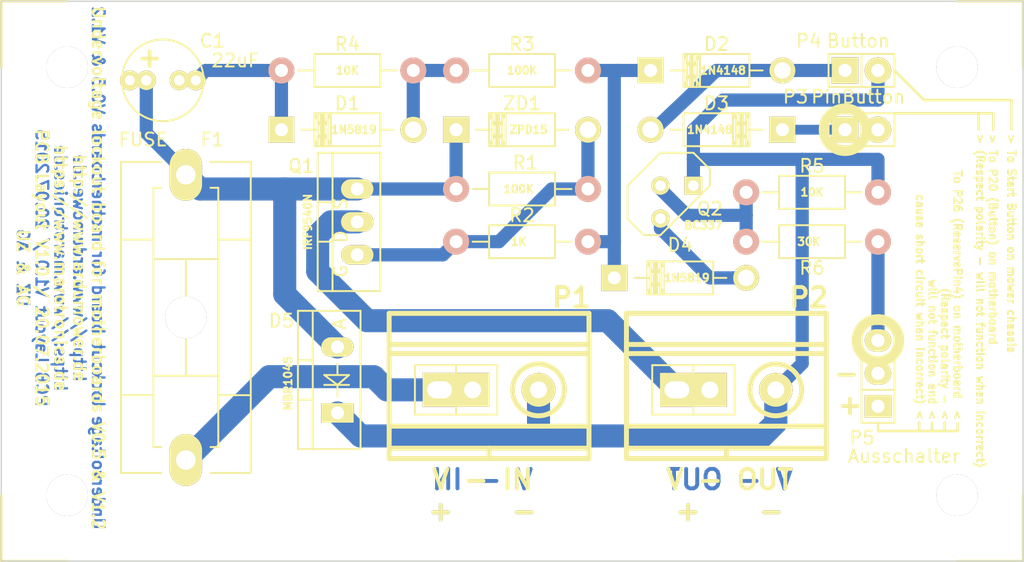
<source format=kicad_pcb>
(kicad_pcb (version 4) (host pcbnew "(2015-05-08 BZR 5647)-product")

  (general
    (links 35)
    (no_connects 0)
    (area 83.769999 55.829999 162.610001 99.110001)
    (thickness 1.6)
    (drawings 45)
    (tracks 80)
    (zones 0)
    (modules 25)
    (nets 14)
  )

  (page A4)
  (layers
    (0 F.Cu signal)
    (31 B.Cu signal)
    (32 B.Adhes user)
    (33 F.Adhes user)
    (34 B.Paste user)
    (35 F.Paste user)
    (36 B.SilkS user)
    (37 F.SilkS user)
    (38 B.Mask user)
    (39 F.Mask user)
    (40 Dwgs.User user)
    (41 Cmts.User user)
    (42 Eco1.User user)
    (43 Eco2.User user)
    (44 Edge.Cuts user)
    (45 Margin user)
    (46 B.CrtYd user)
    (47 F.CrtYd user)
    (48 B.Fab user hide)
    (49 F.Fab user)
  )

  (setup
    (last_trace_width 0.25)
    (user_trace_width 0.254)
    (user_trace_width 0.508)
    (user_trace_width 0.762)
    (user_trace_width 1.016)
    (user_trace_width 1.27)
    (user_trace_width 1.524)
    (user_trace_width 1.778)
    (user_trace_width 2.032)
    (user_trace_width 2.358)
    (trace_clearance 0.2)
    (zone_clearance 0.508)
    (zone_45_only no)
    (trace_min 0.2)
    (segment_width 0.2)
    (edge_width 0.1)
    (via_size 0.6)
    (via_drill 0.4)
    (via_min_size 0.4)
    (via_min_drill 0.3)
    (user_via 1.2 0.889)
    (user_via 1.6 1)
    (user_via 2.2 1.4)
    (user_via 2.6 1.6)
    (user_via 3.1 1.9)
    (uvia_size 0.3)
    (uvia_drill 0.1)
    (uvias_allowed no)
    (uvia_min_size 0.2)
    (uvia_min_drill 0.1)
    (pcb_text_width 0.3)
    (pcb_text_size 1.5 1.5)
    (mod_edge_width 0.15)
    (mod_text_size 1 1)
    (mod_text_width 0.15)
    (pad_size 1.5 1.5)
    (pad_drill 0.6)
    (pad_to_mask_clearance 0)
    (aux_axis_origin 0 0)
    (visible_elements 7FFFFF7F)
    (pcbplotparams
      (layerselection 0x01000_80000001)
      (usegerberextensions false)
      (excludeedgelayer false)
      (linewidth 0.100000)
      (plotframeref false)
      (viasonmask false)
      (mode 1)
      (useauxorigin false)
      (hpglpennumber 1)
      (hpglpenspeed 20)
      (hpglpendiameter 15)
      (hpglpenoverlay 2)
      (psnegative false)
      (psa4output false)
      (plotreference true)
      (plotvalue true)
      (plotinvisibletext false)
      (padsonsilk false)
      (subtractmaskfromsilk false)
      (outputformat 3)
      (mirror false)
      (drillshape 2)
      (scaleselection 1)
      (outputdirectory E:/11/))
  )

  (net 0 "")
  (net 1 "Net-(C1-Pad2)")
  (net 2 "Net-(C1-Pad1)")
  (net 3 "Net-(D1-Pad1)")
  (net 4 "Net-(D2-Pad1)")
  (net 5 "Net-(D2-Pad2)")
  (net 6 "Net-(D3-Pad2)")
  (net 7 GND)
  (net 8 "Net-(P5-Pad3)")
  (net 9 "Net-(D4-Pad1)")
  (net 10 "Net-(P2-Pad1)")
  (net 11 "Net-(Q1-PadG)")
  (net 12 "Net-(Q2-PadB)")
  (net 13 "Net-(F1-Pad1)")

  (net_class Default "Dies ist die voreingestellte Netzklasse."
    (clearance 0.2)
    (trace_width 0.25)
    (via_dia 0.6)
    (via_drill 0.4)
    (uvia_dia 0.3)
    (uvia_drill 0.1)
    (add_net GND)
    (add_net "Net-(C1-Pad1)")
    (add_net "Net-(C1-Pad2)")
    (add_net "Net-(D1-Pad1)")
    (add_net "Net-(D2-Pad1)")
    (add_net "Net-(D2-Pad2)")
    (add_net "Net-(D3-Pad2)")
    (add_net "Net-(D4-Pad1)")
    (add_net "Net-(F1-Pad1)")
    (add_net "Net-(P2-Pad1)")
    (add_net "Net-(P5-Pad3)")
    (add_net "Net-(Q1-PadG)")
    (add_net "Net-(Q2-PadB)")
  )

  (module Transistors_TO-220:TO-220_FET-GDS_Vertical (layer F.Cu) (tedit 55ACFA8A) (tstamp 55ACC6E0)
    (at 111.252 72.898 90)
    (descr "TO-220, FET-GDS, Vertical,")
    (tags "TO-220, FET-GDS, Vertical,")
    (path /55ACEC5E)
    (fp_text reference Q1 (at 4.318 -4.318 180) (layer F.SilkS)
      (effects (font (size 1 1) (thickness 0.15)))
    )
    (fp_text value IRF9540N (at 0 -3.81 90) (layer F.SilkS)
      (effects (font (size 0.6 0.6) (thickness 0.15)))
    )
    (fp_text user S (at 1.397 -1.27 90) (layer F.SilkS)
      (effects (font (size 1 1) (thickness 0.15)))
    )
    (fp_text user D (at -1.143 -1.27 90) (layer F.SilkS)
      (effects (font (size 1 1) (thickness 0.15)))
    )
    (fp_text user G (at -3.81 -1.27 90) (layer F.SilkS)
      (effects (font (size 1 1) (thickness 0.15)))
    )
    (fp_line (start -1.524 -3.048) (end -1.524 -1.905) (layer F.SilkS) (width 0.15))
    (fp_line (start 1.524 -3.048) (end 1.524 -1.905) (layer F.SilkS) (width 0.15))
    (fp_line (start 5.334 -1.905) (end 5.334 1.778) (layer F.SilkS) (width 0.15))
    (fp_line (start 5.334 1.778) (end -5.334 1.778) (layer F.SilkS) (width 0.15))
    (fp_line (start -5.334 1.778) (end -5.334 -1.905) (layer F.SilkS) (width 0.15))
    (fp_line (start 5.334 -3.048) (end 5.334 -1.905) (layer F.SilkS) (width 0.15))
    (fp_line (start 5.334 -1.905) (end -5.334 -1.905) (layer F.SilkS) (width 0.15))
    (fp_line (start -5.334 -1.905) (end -5.334 -3.048) (layer F.SilkS) (width 0.15))
    (fp_line (start 0 -3.048) (end -5.334 -3.048) (layer F.SilkS) (width 0.15))
    (fp_line (start 0 -3.048) (end 5.334 -3.048) (layer F.SilkS) (width 0.15))
    (pad D thru_hole oval (at 0 0 180) (size 2.49936 1.50114) (drill 1.00076) (layers *.Cu *.Mask F.SilkS)
      (net 10 "Net-(P2-Pad1)"))
    (pad G thru_hole oval (at -2.54 0 180) (size 2.49936 1.50114) (drill 1.00076) (layers *.Cu *.Mask F.SilkS)
      (net 11 "Net-(Q1-PadG)"))
    (pad S thru_hole oval (at 2.54 0 180) (size 2.49936 1.50114) (drill 1.00076) (layers *.Cu *.Mask F.SilkS)
      (net 2 "Net-(C1-Pad1)"))
    (model Transistors_TO-220.3dshapes/TO-220_FET-GDS_Vertical.wrl
      (at (xyz 0 0 0))
      (scale (xyz 0.3937 0.3937 0.3937))
      (rotate (xyz 0 0 0))
    )
  )

  (module ACS712:Elko_vert_11.2x6.3mm_RM2.5_RM5.0 (layer F.Cu) (tedit 55ACEE98) (tstamp 55ACC7B9)
    (at 94.996 61.976)
    (descr "Electrolytic Capacitor, vertical, diameter 6,3mm, RM 2,5mm, radial,")
    (tags "Electrolytic Capacitor, vertical, diameter 6,3mm, RM 2,5mm, Elko, Electrolytkondensator, Kondensator gepolt, Durchmesser 6,3mm, radial,")
    (path /55ACB84E)
    (fp_text reference C1 (at 5.08 -3.048 180) (layer F.SilkS)
      (effects (font (size 1 1) (thickness 0.15)))
    )
    (fp_text value 22uF (at 6.858 -1.524 180) (layer F.SilkS)
      (effects (font (size 1 1) (thickness 0.15)))
    )
    (fp_line (start 0.26924 -2.19964) (end 0.26924 -1.19888) (layer F.SilkS) (width 0.15))
    (fp_line (start -0.23114 -1.69926) (end 0.76962 -1.69926) (layer F.SilkS) (width 0.15))
    (fp_line (start 0.26924 -1.69926) (end 0.76962 -1.69926) (layer F.Cu) (width 0.15))
    (fp_line (start 0.26924 -1.69926) (end 0.26924 -2.19964) (layer F.Cu) (width 0.15))
    (fp_line (start -0.23114 -1.69926) (end 0.26924 -1.69926) (layer F.Cu) (width 0.15))
    (fp_line (start 0.26924 -1.69926) (end 0.26924 -1.30048) (layer F.Cu) (width 0.15))
    (fp_line (start 0.26924 -1.30048) (end 0.26924 -1.19888) (layer F.Cu) (width 0.15))
    (fp_circle (center 1.27 0) (end 4.4196 0) (layer F.SilkS) (width 0.15))
    (pad 2 thru_hole circle (at 2.54 0) (size 1.50114 1.50114) (drill 0.8001) (layers *.Cu *.Mask F.SilkS)
      (net 1 "Net-(C1-Pad2)"))
    (pad 1 thru_hole circle (at 0 0) (size 1.50114 1.50114) (drill 0.8001) (layers *.Cu *.Mask F.SilkS)
      (net 2 "Net-(C1-Pad1)"))
    (pad 1 thru_hole circle (at -1.27 0) (size 1.524 1.524) (drill 0.762) (layers *.Cu *.Mask F.SilkS)
      (net 2 "Net-(C1-Pad1)"))
    (pad 2 thru_hole circle (at 3.81 0) (size 1.524 1.524) (drill 0.762) (layers *.Cu *.Mask F.SilkS)
      (net 1 "Net-(C1-Pad2)"))
    (model Capacitors_Elko_ThroughHole/Elko_vert_11.2x6.3mm_RM2.5.wrl
      (at (xyz 0 0 0))
      (scale (xyz 1 1 1))
      (rotate (xyz 0 0 0))
    )
    (model Capacitors_ThroughHole.3dshapes/C_Radial_D6.3_L11.2_P2.5.wrl
      (at (xyz 0 0 0))
      (scale (xyz 1 1 1))
      (rotate (xyz 0 0 0))
    )
  )

  (module ACS712:Diode_ligend_RM10 (layer F.Cu) (tedit 55ACEF4C) (tstamp 55ACC7C0)
    (at 110.49 65.786 180)
    (descr "Diode, DO-41, SOD81, Horizontal, RM 10mm,")
    (tags "Diode, DO-41, SOD81, Horizontal, RM 10mm, 1N4007, SB140,")
    (path /55ACDB04)
    (fp_text reference D1 (at 0 2.032 180) (layer F.SilkS)
      (effects (font (size 1 1) (thickness 0.15)))
    )
    (fp_text value 1N5819 (at -0.508 0 180) (layer F.SilkS)
      (effects (font (size 0.6 0.6) (thickness 0.15)))
    )
    (fp_line (start -2.54 0) (end -3.556 0) (layer F.SilkS) (width 0.15))
    (fp_line (start 2.286 0) (end 3.556 0) (layer F.SilkS) (width 0.15))
    (fp_line (start 2.032 -1.27) (end 2.032 1.27) (layer F.SilkS) (width 0.15))
    (fp_line (start 1.778 -1.27) (end 1.778 1.27) (layer F.SilkS) (width 0.15))
    (fp_line (start 1.524 -1.27) (end 1.524 1.27) (layer F.SilkS) (width 0.15))
    (fp_line (start 2.286 -1.27) (end 2.286 1.27) (layer F.SilkS) (width 0.15))
    (fp_line (start 1.27 -1.27) (end 2.54 1.27) (layer F.SilkS) (width 0.15))
    (fp_line (start 2.54 -1.27) (end 1.27 1.27) (layer F.SilkS) (width 0.15))
    (fp_line (start 1.27 -1.27) (end 1.27 1.27) (layer F.SilkS) (width 0.15))
    (fp_line (start 1.905 -1.27) (end 1.905 1.27) (layer F.SilkS) (width 0.15))
    (fp_line (start 2.54 1.27) (end 2.54 -1.27) (layer F.SilkS) (width 0.15))
    (fp_line (start 2.54 -1.27) (end -2.54 -1.27) (layer F.SilkS) (width 0.15))
    (fp_line (start -2.54 -1.27) (end -2.54 1.27) (layer F.SilkS) (width 0.15))
    (fp_line (start -2.54 1.27) (end 2.54 1.27) (layer F.SilkS) (width 0.15))
    (pad 1 thru_hole circle (at -5.08 0 180) (size 1.99898 1.99898) (drill 1.27) (layers *.Cu *.Mask F.SilkS)
      (net 3 "Net-(D1-Pad1)"))
    (pad 2 thru_hole rect (at 5.08 0 180) (size 1.99898 1.99898) (drill 1.00076) (layers *.Cu *.Mask F.SilkS)
      (net 1 "Net-(C1-Pad2)"))
    (model Diodes_ThroughHole/Diode_DO-35_SOD27_Horizontal_RM10.wrl
      (at (xyz 0 0 0))
      (scale (xyz 0.5 0.5 0.5))
      (rotate (xyz 0 0 0))
    )
    (model Diodes_ThroughHole.3dshapes/Diode_DO-35_SOD27_Horizontal_RM10.wrl
      (at (xyz 0 0 0))
      (scale (xyz 0.4 0.4 0.4))
      (rotate (xyz 0 0 0))
    )
  )

  (module ACS712:Diode_ligend_RM10 (layer F.Cu) (tedit 55ACF983) (tstamp 55ACC7C5)
    (at 138.938 61.214 180)
    (descr "Diode, DO-41, SOD81, Horizontal, RM 10mm,")
    (tags "Diode, DO-41, SOD81, Horizontal, RM 10mm, 1N4007, SB140,")
    (path /55ACE9E6)
    (fp_text reference D2 (at 0 2.032 180) (layer F.SilkS)
      (effects (font (size 1 1) (thickness 0.15)))
    )
    (fp_text value 1N4148 (at -0.508 0 180) (layer F.SilkS)
      (effects (font (size 0.6 0.6) (thickness 0.15)))
    )
    (fp_line (start -2.54 0) (end -3.556 0) (layer F.SilkS) (width 0.15))
    (fp_line (start 2.286 0) (end 3.556 0) (layer F.SilkS) (width 0.15))
    (fp_line (start 2.032 -1.27) (end 2.032 1.27) (layer F.SilkS) (width 0.15))
    (fp_line (start 1.778 -1.27) (end 1.778 1.27) (layer F.SilkS) (width 0.15))
    (fp_line (start 1.524 -1.27) (end 1.524 1.27) (layer F.SilkS) (width 0.15))
    (fp_line (start 2.286 -1.27) (end 2.286 1.27) (layer F.SilkS) (width 0.15))
    (fp_line (start 1.27 -1.27) (end 2.54 1.27) (layer F.SilkS) (width 0.15))
    (fp_line (start 2.54 -1.27) (end 1.27 1.27) (layer F.SilkS) (width 0.15))
    (fp_line (start 1.27 -1.27) (end 1.27 1.27) (layer F.SilkS) (width 0.15))
    (fp_line (start 1.905 -1.27) (end 1.905 1.27) (layer F.SilkS) (width 0.15))
    (fp_line (start 2.54 1.27) (end 2.54 -1.27) (layer F.SilkS) (width 0.15))
    (fp_line (start 2.54 -1.27) (end -2.54 -1.27) (layer F.SilkS) (width 0.15))
    (fp_line (start -2.54 -1.27) (end -2.54 1.27) (layer F.SilkS) (width 0.15))
    (fp_line (start -2.54 1.27) (end 2.54 1.27) (layer F.SilkS) (width 0.15))
    (pad 1 thru_hole circle (at -5.08 0 180) (size 1.99898 1.99898) (drill 1.27) (layers *.Cu *.Mask F.SilkS)
      (net 4 "Net-(D2-Pad1)"))
    (pad 2 thru_hole rect (at 5.08 0 180) (size 1.99898 1.99898) (drill 1.00076) (layers *.Cu *.Mask F.SilkS)
      (net 5 "Net-(D2-Pad2)"))
    (model Diodes_ThroughHole/Diode_DO-35_SOD27_Horizontal_RM10.wrl
      (at (xyz 0 0 0))
      (scale (xyz 0.5 0.5 0.5))
      (rotate (xyz 0 0 0))
    )
    (model Diodes_ThroughHole.3dshapes/Diode_DO-35_SOD27_Horizontal_RM10.wrl
      (at (xyz 0 0 0))
      (scale (xyz 0.4 0.4 0.4))
      (rotate (xyz 0 0 0))
    )
  )

  (module ACS712:Diode_ligend_RM10 (layer F.Cu) (tedit 55ACF989) (tstamp 55ACC7CA)
    (at 138.938 65.786)
    (descr "Diode, DO-41, SOD81, Horizontal, RM 10mm,")
    (tags "Diode, DO-41, SOD81, Horizontal, RM 10mm, 1N4007, SB140,")
    (path /55ACD679)
    (fp_text reference D3 (at 0 -2.032) (layer F.SilkS)
      (effects (font (size 1 1) (thickness 0.15)))
    )
    (fp_text value 1N4148 (at -0.508 0) (layer F.SilkS)
      (effects (font (size 0.6 0.6) (thickness 0.15)))
    )
    (fp_line (start -2.54 0) (end -3.556 0) (layer F.SilkS) (width 0.15))
    (fp_line (start 2.286 0) (end 3.556 0) (layer F.SilkS) (width 0.15))
    (fp_line (start 2.032 -1.27) (end 2.032 1.27) (layer F.SilkS) (width 0.15))
    (fp_line (start 1.778 -1.27) (end 1.778 1.27) (layer F.SilkS) (width 0.15))
    (fp_line (start 1.524 -1.27) (end 1.524 1.27) (layer F.SilkS) (width 0.15))
    (fp_line (start 2.286 -1.27) (end 2.286 1.27) (layer F.SilkS) (width 0.15))
    (fp_line (start 1.27 -1.27) (end 2.54 1.27) (layer F.SilkS) (width 0.15))
    (fp_line (start 2.54 -1.27) (end 1.27 1.27) (layer F.SilkS) (width 0.15))
    (fp_line (start 1.27 -1.27) (end 1.27 1.27) (layer F.SilkS) (width 0.15))
    (fp_line (start 1.905 -1.27) (end 1.905 1.27) (layer F.SilkS) (width 0.15))
    (fp_line (start 2.54 1.27) (end 2.54 -1.27) (layer F.SilkS) (width 0.15))
    (fp_line (start 2.54 -1.27) (end -2.54 -1.27) (layer F.SilkS) (width 0.15))
    (fp_line (start -2.54 -1.27) (end -2.54 1.27) (layer F.SilkS) (width 0.15))
    (fp_line (start -2.54 1.27) (end 2.54 1.27) (layer F.SilkS) (width 0.15))
    (pad 1 thru_hole circle (at -5.08 0) (size 1.99898 1.99898) (drill 1.27) (layers *.Cu *.Mask F.SilkS)
      (net 4 "Net-(D2-Pad1)"))
    (pad 2 thru_hole rect (at 5.08 0) (size 1.99898 1.99898) (drill 1.00076) (layers *.Cu *.Mask F.SilkS)
      (net 6 "Net-(D3-Pad2)"))
    (model Diodes_ThroughHole/Diode_DO-35_SOD27_Horizontal_RM10.wrl
      (at (xyz 0 0 0))
      (scale (xyz 0.5 0.5 0.5))
      (rotate (xyz 0 0 0))
    )
    (model Diodes_ThroughHole.3dshapes/Diode_DO-35_SOD27_Horizontal_RM10.wrl
      (at (xyz 0 0 0))
      (scale (xyz 0.4 0.4 0.4))
      (rotate (xyz 0 0 0))
    )
  )

  (module ACS712:Diode_ligend_RM10 (layer F.Cu) (tedit 55ACFB86) (tstamp 55ACC7CF)
    (at 136.144 77.216 180)
    (descr "Diode, DO-41, SOD81, Horizontal, RM 10mm,")
    (tags "Diode, DO-41, SOD81, Horizontal, RM 10mm, 1N4007, SB140,")
    (path /55ACDF52)
    (fp_text reference D4 (at 0 2.54 180) (layer F.SilkS)
      (effects (font (size 1 1) (thickness 0.15)))
    )
    (fp_text value 1N5819 (at -0.508 0 180) (layer F.SilkS)
      (effects (font (size 0.6 0.6) (thickness 0.15)))
    )
    (fp_line (start -2.54 0) (end -3.556 0) (layer F.SilkS) (width 0.15))
    (fp_line (start 2.286 0) (end 3.556 0) (layer F.SilkS) (width 0.15))
    (fp_line (start 2.032 -1.27) (end 2.032 1.27) (layer F.SilkS) (width 0.15))
    (fp_line (start 1.778 -1.27) (end 1.778 1.27) (layer F.SilkS) (width 0.15))
    (fp_line (start 1.524 -1.27) (end 1.524 1.27) (layer F.SilkS) (width 0.15))
    (fp_line (start 2.286 -1.27) (end 2.286 1.27) (layer F.SilkS) (width 0.15))
    (fp_line (start 1.27 -1.27) (end 2.54 1.27) (layer F.SilkS) (width 0.15))
    (fp_line (start 2.54 -1.27) (end 1.27 1.27) (layer F.SilkS) (width 0.15))
    (fp_line (start 1.27 -1.27) (end 1.27 1.27) (layer F.SilkS) (width 0.15))
    (fp_line (start 1.905 -1.27) (end 1.905 1.27) (layer F.SilkS) (width 0.15))
    (fp_line (start 2.54 1.27) (end 2.54 -1.27) (layer F.SilkS) (width 0.15))
    (fp_line (start 2.54 -1.27) (end -2.54 -1.27) (layer F.SilkS) (width 0.15))
    (fp_line (start -2.54 -1.27) (end -2.54 1.27) (layer F.SilkS) (width 0.15))
    (fp_line (start -2.54 1.27) (end 2.54 1.27) (layer F.SilkS) (width 0.15))
    (pad 1 thru_hole circle (at -5.08 0 180) (size 1.99898 1.99898) (drill 1.27) (layers *.Cu *.Mask F.SilkS)
      (net 9 "Net-(D4-Pad1)"))
    (pad 2 thru_hole rect (at 5.08 0 180) (size 1.99898 1.99898) (drill 1.00076) (layers *.Cu *.Mask F.SilkS)
      (net 5 "Net-(D2-Pad2)"))
    (model Diodes_ThroughHole/Diode_DO-35_SOD27_Horizontal_RM10.wrl
      (at (xyz 0 0 0))
      (scale (xyz 0.5 0.5 0.5))
      (rotate (xyz 0 0 0))
    )
    (model Diodes_ThroughHole.3dshapes/Diode_DO-35_SOD27_Horizontal_RM10.wrl
      (at (xyz 0 0 0))
      (scale (xyz 0.4 0.4 0.4))
      (rotate (xyz 0 0 0))
    )
  )

  (module ACS712:Pin_Header_Straight_1x02 (layer F.Cu) (tedit 55AD762E) (tstamp 55ACC7DE)
    (at 150.114 65.786)
    (descr "Through hole pin header")
    (tags "pin header")
    (path /55ACFD7B)
    (fp_text reference P3 (at -5.08 -2.54) (layer F.SilkS)
      (effects (font (size 1 1) (thickness 0.15)))
    )
    (fp_text value PinButton (at -0.254 -2.54) (layer F.SilkS)
      (effects (font (size 1 1) (thickness 0.15)))
    )
    (fp_line (start 0 -1.27) (end 0 1.27) (layer F.SilkS) (width 0.15))
    (fp_line (start -2.54 -1.27) (end -2.54 1.27) (layer F.SilkS) (width 0.15))
    (fp_line (start -2.54 1.27) (end 0 1.27) (layer F.SilkS) (width 0.15))
    (fp_line (start 0 1.27) (end 2.54 1.27) (layer F.SilkS) (width 0.15))
    (fp_line (start 2.54 1.27) (end 2.54 -1.27) (layer F.SilkS) (width 0.15))
    (fp_line (start 2.54 -1.27) (end -2.54 -1.27) (layer F.SilkS) (width 0.15))
    (pad 1 thru_hole rect (at -1.27 0) (size 2.032 2.032) (drill 1.016) (layers *.Cu *.Mask F.SilkS)
      (net 6 "Net-(D3-Pad2)"))
    (pad 2 thru_hole oval (at 1.27 0) (size 2.032 2.032) (drill 1.016) (layers *.Cu *.Mask F.SilkS))
    (model Pin_Headers/Pin_Header_Straight_1x02.wrl
      (at (xyz 0 0 0))
      (scale (xyz 1 1 1))
      (rotate (xyz 0 0 0))
    )
    (model Pin_Headers.3dshapes/Pin_Header_Straight_1x02.wrl
      (at (xyz 0 0 0))
      (scale (xyz 1 1 1))
      (rotate (xyz 0 0 0))
    )
  )

  (module ACS712:Pin_Header_Straight_1x02 (layer F.Cu) (tedit 55AD7634) (tstamp 55ACC7E3)
    (at 150.114 61.214)
    (descr "Through hole pin header")
    (tags "pin header")
    (path /55ACC3A3)
    (fp_text reference P4 (at -4.064 -2.286) (layer F.SilkS)
      (effects (font (size 1 1) (thickness 0.15)))
    )
    (fp_text value Button (at -0.254 -2.286) (layer F.SilkS)
      (effects (font (size 1 1) (thickness 0.15)))
    )
    (fp_line (start 0 -1.27) (end 0 1.27) (layer F.SilkS) (width 0.15))
    (fp_line (start -2.54 -1.27) (end -2.54 1.27) (layer F.SilkS) (width 0.15))
    (fp_line (start -2.54 1.27) (end 0 1.27) (layer F.SilkS) (width 0.15))
    (fp_line (start 0 1.27) (end 2.54 1.27) (layer F.SilkS) (width 0.15))
    (fp_line (start 2.54 1.27) (end 2.54 -1.27) (layer F.SilkS) (width 0.15))
    (fp_line (start 2.54 -1.27) (end -2.54 -1.27) (layer F.SilkS) (width 0.15))
    (pad 1 thru_hole rect (at -1.27 0) (size 2.032 2.032) (drill 1.016) (layers *.Cu *.Mask F.SilkS)
      (net 4 "Net-(D2-Pad1)"))
    (pad 2 thru_hole oval (at 1.27 0) (size 2.032 2.032) (drill 1.016) (layers *.Cu *.Mask F.SilkS)
      (net 7 GND))
    (model Pin_Headers/Pin_Header_Straight_1x02.wrl
      (at (xyz 0 0 0))
      (scale (xyz 1 1 1))
      (rotate (xyz 0 0 0))
    )
    (model Pin_Headers.3dshapes/Pin_Header_Straight_1x02.wrl
      (at (xyz 0 0 0))
      (scale (xyz 1 1 1))
      (rotate (xyz 0 0 0))
    )
  )

  (module ACS712:TO92-EBC (layer F.Cu) (tedit 55ACF97C) (tstamp 55ACC7E8)
    (at 135.89 71.374)
    (descr "Transistor TO92 brochage type BC237")
    (tags "TR TO92")
    (path /55ACB84A)
    (fp_text reference Q2 (at 2.54 0.508 180) (layer F.SilkS)
      (effects (font (size 1 1) (thickness 0.15)))
    )
    (fp_text value BC337 (at 2.032 1.778 180) (layer F.SilkS)
      (effects (font (size 0.6 0.6) (thickness 0.15)))
    )
    (fp_line (start -1.27 2.54) (end 2.54 -1.27) (layer F.SilkS) (width 0.15))
    (fp_line (start 2.54 -1.27) (end 2.54 -2.54) (layer F.SilkS) (width 0.15))
    (fp_line (start 2.54 -2.54) (end 1.27 -3.81) (layer F.SilkS) (width 0.15))
    (fp_line (start 1.27 -3.81) (end -1.27 -3.81) (layer F.SilkS) (width 0.15))
    (fp_line (start -1.27 -3.81) (end -3.81 -1.27) (layer F.SilkS) (width 0.15))
    (fp_line (start -3.81 -1.27) (end -3.81 1.27) (layer F.SilkS) (width 0.15))
    (fp_line (start -3.81 1.27) (end -2.54 2.54) (layer F.SilkS) (width 0.15))
    (fp_line (start -2.54 2.54) (end -1.27 2.54) (layer F.SilkS) (width 0.15))
    (pad E thru_hole rect (at 1.27 -1.27) (size 1.397 1.397) (drill 0.8128) (layers *.Cu *.Mask F.SilkS)
      (net 7 GND))
    (pad B thru_hole circle (at -1.27 -1.27) (size 1.397 1.397) (drill 0.8128) (layers *.Cu *.Mask F.SilkS)
      (net 12 "Net-(Q2-PadB)"))
    (pad C thru_hole circle (at -1.27 1.27) (size 1.397 1.397) (drill 0.8128) (layers *.Cu *.Mask F.SilkS)
      (net 9 "Net-(D4-Pad1)"))
    (model Discret/TO92-EBC.wrl
      (at (xyz 0 0 0))
      (scale (xyz 1 1 1))
      (rotate (xyz 0 0 0))
    )
    (model Housings_TO-92.3dshapes/TO-92_Molded_Narrow_Oval.wrl
      (at (xyz 0 0 0))
      (scale (xyz 1 1 1))
      (rotate (xyz 0 0 225))
    )
  )

  (module ACS712:Resistor_Horizontal_RM10mm (layer F.Cu) (tedit 55ACEFDD) (tstamp 55ACC7EE)
    (at 123.952 70.358)
    (descr "Resistor, Axial,  RM 10mm, 1/3W,")
    (tags "Resistor, Axial, RM 10mm, 1/3W,")
    (path /55ACB843)
    (fp_text reference R1 (at 0.254 -2.032) (layer F.SilkS)
      (effects (font (size 1 1) (thickness 0.15)))
    )
    (fp_text value 100K (at -0.254 0) (layer F.SilkS)
      (effects (font (size 0.6 0.6) (thickness 0.15)))
    )
    (fp_line (start -2.54 -1.27) (end 2.54 -1.27) (layer F.SilkS) (width 0.15))
    (fp_line (start 2.54 -1.27) (end 2.54 1.27) (layer F.SilkS) (width 0.15))
    (fp_line (start 2.54 1.27) (end -2.54 1.27) (layer F.SilkS) (width 0.15))
    (fp_line (start -2.54 1.27) (end -2.54 -1.27) (layer F.SilkS) (width 0.15))
    (fp_line (start -2.54 0) (end -3.81 0) (layer F.SilkS) (width 0.15))
    (fp_line (start 2.54 0) (end 3.81 0) (layer F.SilkS) (width 0.15))
    (pad 1 thru_hole circle (at -5.08 0) (size 1.99898 1.99898) (drill 1.00076) (layers *.Cu *.SilkS *.Mask)
      (net 2 "Net-(C1-Pad1)"))
    (pad 2 thru_hole circle (at 5.08 0) (size 1.99898 1.99898) (drill 1.00076) (layers *.Cu *.SilkS *.Mask)
      (net 11 "Net-(Q1-PadG)"))
    (model Resistors_ThroughHole/Resistor_Horizontal_RM10mm.wrl
      (at (xyz 0 0 0))
      (scale (xyz 0.4 0.4 0.4))
      (rotate (xyz 0 0 0))
    )
    (model Resistors_ThroughHole.3dshapes/Resistor_Horizontal_RM10mm.wrl
      (at (xyz 0 0 0))
      (scale (xyz 0.4 0.4 0.4))
      (rotate (xyz 0 0 0))
    )
  )

  (module ACS712:Resistor_Horizontal_RM10mm (layer F.Cu) (tedit 55ACEFE6) (tstamp 55ACC7F3)
    (at 123.952 74.422 180)
    (descr "Resistor, Axial,  RM 10mm, 1/3W,")
    (tags "Resistor, Axial, RM 10mm, 1/3W,")
    (path /55ACB845)
    (fp_text reference R2 (at 0 2.032 180) (layer F.SilkS)
      (effects (font (size 1 1) (thickness 0.15)))
    )
    (fp_text value 1K (at 0.254 0 180) (layer F.SilkS)
      (effects (font (size 0.6 0.6) (thickness 0.15)))
    )
    (fp_line (start -2.54 -1.27) (end 2.54 -1.27) (layer F.SilkS) (width 0.15))
    (fp_line (start 2.54 -1.27) (end 2.54 1.27) (layer F.SilkS) (width 0.15))
    (fp_line (start 2.54 1.27) (end -2.54 1.27) (layer F.SilkS) (width 0.15))
    (fp_line (start -2.54 1.27) (end -2.54 -1.27) (layer F.SilkS) (width 0.15))
    (fp_line (start -2.54 0) (end -3.81 0) (layer F.SilkS) (width 0.15))
    (fp_line (start 2.54 0) (end 3.81 0) (layer F.SilkS) (width 0.15))
    (pad 1 thru_hole circle (at -5.08 0 180) (size 1.99898 1.99898) (drill 1.00076) (layers *.Cu *.SilkS *.Mask)
      (net 5 "Net-(D2-Pad2)"))
    (pad 2 thru_hole circle (at 5.08 0 180) (size 1.99898 1.99898) (drill 1.00076) (layers *.Cu *.SilkS *.Mask)
      (net 11 "Net-(Q1-PadG)"))
    (model Resistors_ThroughHole/Resistor_Horizontal_RM10mm.wrl
      (at (xyz 0 0 0))
      (scale (xyz 0.4 0.4 0.4))
      (rotate (xyz 0 0 0))
    )
    (model Resistors_ThroughHole.3dshapes/Resistor_Horizontal_RM10mm.wrl
      (at (xyz 0 0 0))
      (scale (xyz 0.4 0.4 0.4))
      (rotate (xyz 0 0 0))
    )
  )

  (module ACS712:Resistor_Horizontal_RM10mm (layer F.Cu) (tedit 55ACEF61) (tstamp 55ACC7F8)
    (at 123.952 61.214)
    (descr "Resistor, Axial,  RM 10mm, 1/3W,")
    (tags "Resistor, Axial, RM 10mm, 1/3W,")
    (path /55ACB849)
    (fp_text reference R3 (at 0 -2.032) (layer F.SilkS)
      (effects (font (size 1 1) (thickness 0.15)))
    )
    (fp_text value 100K (at 0 0) (layer F.SilkS)
      (effects (font (size 0.6 0.6) (thickness 0.15)))
    )
    (fp_line (start -2.54 -1.27) (end 2.54 -1.27) (layer F.SilkS) (width 0.15))
    (fp_line (start 2.54 -1.27) (end 2.54 1.27) (layer F.SilkS) (width 0.15))
    (fp_line (start 2.54 1.27) (end -2.54 1.27) (layer F.SilkS) (width 0.15))
    (fp_line (start -2.54 1.27) (end -2.54 -1.27) (layer F.SilkS) (width 0.15))
    (fp_line (start -2.54 0) (end -3.81 0) (layer F.SilkS) (width 0.15))
    (fp_line (start 2.54 0) (end 3.81 0) (layer F.SilkS) (width 0.15))
    (pad 1 thru_hole circle (at -5.08 0) (size 1.99898 1.99898) (drill 1.00076) (layers *.Cu *.SilkS *.Mask)
      (net 3 "Net-(D1-Pad1)"))
    (pad 2 thru_hole circle (at 5.08 0) (size 1.99898 1.99898) (drill 1.00076) (layers *.Cu *.SilkS *.Mask)
      (net 5 "Net-(D2-Pad2)"))
    (model Resistors_ThroughHole/Resistor_Horizontal_RM10mm.wrl
      (at (xyz 0 0 0))
      (scale (xyz 0.4 0.4 0.4))
      (rotate (xyz 0 0 0))
    )
    (model Resistors_ThroughHole.3dshapes/Resistor_Horizontal_RM10mm.wrl
      (at (xyz 0 0 0))
      (scale (xyz 0.4 0.4 0.4))
      (rotate (xyz 0 0 0))
    )
  )

  (module ACS712:Resistor_Horizontal_RM10mm (layer F.Cu) (tedit 55ACEF58) (tstamp 55ACC7FD)
    (at 110.49 61.214)
    (descr "Resistor, Axial,  RM 10mm, 1/3W,")
    (tags "Resistor, Axial, RM 10mm, 1/3W,")
    (path /55ACB84C)
    (fp_text reference R4 (at 0 -2.032) (layer F.SilkS)
      (effects (font (size 1 1) (thickness 0.15)))
    )
    (fp_text value 10K (at 0 0) (layer F.SilkS)
      (effects (font (size 0.6 0.6) (thickness 0.15)))
    )
    (fp_line (start -2.54 -1.27) (end 2.54 -1.27) (layer F.SilkS) (width 0.15))
    (fp_line (start 2.54 -1.27) (end 2.54 1.27) (layer F.SilkS) (width 0.15))
    (fp_line (start 2.54 1.27) (end -2.54 1.27) (layer F.SilkS) (width 0.15))
    (fp_line (start -2.54 1.27) (end -2.54 -1.27) (layer F.SilkS) (width 0.15))
    (fp_line (start -2.54 0) (end -3.81 0) (layer F.SilkS) (width 0.15))
    (fp_line (start 2.54 0) (end 3.81 0) (layer F.SilkS) (width 0.15))
    (pad 1 thru_hole circle (at -5.08 0) (size 1.99898 1.99898) (drill 1.00076) (layers *.Cu *.SilkS *.Mask)
      (net 1 "Net-(C1-Pad2)"))
    (pad 2 thru_hole circle (at 5.08 0) (size 1.99898 1.99898) (drill 1.00076) (layers *.Cu *.SilkS *.Mask)
      (net 3 "Net-(D1-Pad1)"))
    (model Resistors_ThroughHole/Resistor_Horizontal_RM10mm.wrl
      (at (xyz 0 0 0))
      (scale (xyz 0.4 0.4 0.4))
      (rotate (xyz 0 0 0))
    )
    (model Resistors_ThroughHole.3dshapes/Resistor_Horizontal_RM10mm.wrl
      (at (xyz 0 0 0))
      (scale (xyz 0.4 0.4 0.4))
      (rotate (xyz 0 0 0))
    )
  )

  (module ACS712:Resistor_Horizontal_RM10mm (layer F.Cu) (tedit 55ACF91E) (tstamp 55ACC802)
    (at 146.304 70.612)
    (descr "Resistor, Axial,  RM 10mm, 1/3W,")
    (tags "Resistor, Axial, RM 10mm, 1/3W,")
    (path /55ACB84B)
    (fp_text reference R5 (at 0 -2.032) (layer F.SilkS)
      (effects (font (size 1 1) (thickness 0.15)))
    )
    (fp_text value 10K (at 0 0) (layer F.SilkS)
      (effects (font (size 0.6 0.6) (thickness 0.15)))
    )
    (fp_line (start -2.54 -1.27) (end 2.54 -1.27) (layer F.SilkS) (width 0.15))
    (fp_line (start 2.54 -1.27) (end 2.54 1.27) (layer F.SilkS) (width 0.15))
    (fp_line (start 2.54 1.27) (end -2.54 1.27) (layer F.SilkS) (width 0.15))
    (fp_line (start -2.54 1.27) (end -2.54 -1.27) (layer F.SilkS) (width 0.15))
    (fp_line (start -2.54 0) (end -3.81 0) (layer F.SilkS) (width 0.15))
    (fp_line (start 2.54 0) (end 3.81 0) (layer F.SilkS) (width 0.15))
    (pad 1 thru_hole circle (at -5.08 0) (size 1.99898 1.99898) (drill 1.00076) (layers *.Cu *.SilkS *.Mask)
      (net 12 "Net-(Q2-PadB)"))
    (pad 2 thru_hole circle (at 5.08 0) (size 1.99898 1.99898) (drill 1.00076) (layers *.Cu *.SilkS *.Mask)
      (net 7 GND))
    (model Resistors_ThroughHole/Resistor_Horizontal_RM10mm.wrl
      (at (xyz 0 0 0))
      (scale (xyz 0.4 0.4 0.4))
      (rotate (xyz 0 0 0))
    )
    (model Resistors_ThroughHole.3dshapes/Resistor_Horizontal_RM10mm.wrl
      (at (xyz 0 0 0))
      (scale (xyz 0.4 0.4 0.4))
      (rotate (xyz 0 0 0))
    )
  )

  (module ACS712:Resistor_Horizontal_RM10mm (layer F.Cu) (tedit 55ACF907) (tstamp 55ACC807)
    (at 146.304 74.422)
    (descr "Resistor, Axial,  RM 10mm, 1/3W,")
    (tags "Resistor, Axial, RM 10mm, 1/3W,")
    (path /55ACB852)
    (fp_text reference R6 (at 0 2.032) (layer F.SilkS)
      (effects (font (size 1 1) (thickness 0.15)))
    )
    (fp_text value 30K (at -0.254 0) (layer F.SilkS)
      (effects (font (size 0.6 0.6) (thickness 0.15)))
    )
    (fp_line (start -2.54 -1.27) (end 2.54 -1.27) (layer F.SilkS) (width 0.15))
    (fp_line (start 2.54 -1.27) (end 2.54 1.27) (layer F.SilkS) (width 0.15))
    (fp_line (start 2.54 1.27) (end -2.54 1.27) (layer F.SilkS) (width 0.15))
    (fp_line (start -2.54 1.27) (end -2.54 -1.27) (layer F.SilkS) (width 0.15))
    (fp_line (start -2.54 0) (end -3.81 0) (layer F.SilkS) (width 0.15))
    (fp_line (start 2.54 0) (end 3.81 0) (layer F.SilkS) (width 0.15))
    (pad 1 thru_hole circle (at -5.08 0) (size 1.99898 1.99898) (drill 1.00076) (layers *.Cu *.SilkS *.Mask)
      (net 12 "Net-(Q2-PadB)"))
    (pad 2 thru_hole circle (at 5.08 0) (size 1.99898 1.99898) (drill 1.00076) (layers *.Cu *.SilkS *.Mask)
      (net 8 "Net-(P5-Pad3)"))
    (model Resistors_ThroughHole/Resistor_Horizontal_RM10mm.wrl
      (at (xyz 0 0 0))
      (scale (xyz 0.4 0.4 0.4))
      (rotate (xyz 0 0 0))
    )
    (model Resistors_ThroughHole.3dshapes/Resistor_Horizontal_RM10mm.wrl
      (at (xyz 0 0 0))
      (scale (xyz 0.4 0.4 0.4))
      (rotate (xyz 0 0 0))
    )
  )

  (module ACS712:Pin_Header_Straight_1x03 (layer F.Cu) (tedit 55AE28FA) (tstamp 55ACCBF7)
    (at 151.384 84.582 90)
    (descr "Through hole pin header")
    (tags "pin header")
    (path /55ACF7E8)
    (fp_text reference P5 (at -4.9657 -1.2192 180) (layer F.SilkS)
      (effects (font (size 1 1) (thickness 0.15)))
    )
    (fp_text value Ausschalter (at -6.3754 1.9939 180) (layer F.SilkS)
      (effects (font (size 1 1) (thickness 0.15)))
    )
    (fp_line (start -1.27 1.27) (end 3.81 1.27) (layer F.SilkS) (width 0.15))
    (fp_line (start 3.81 1.27) (end 3.81 -1.27) (layer F.SilkS) (width 0.15))
    (fp_line (start 3.81 -1.27) (end -1.27 -1.27) (layer F.SilkS) (width 0.15))
    (fp_line (start -3.81 -1.27) (end -1.27 -1.27) (layer F.SilkS) (width 0.15))
    (fp_line (start -1.27 -1.27) (end -1.27 1.27) (layer F.SilkS) (width 0.15))
    (fp_line (start -3.81 -1.27) (end -3.81 1.27) (layer F.SilkS) (width 0.15))
    (fp_line (start -3.81 1.27) (end -1.27 1.27) (layer F.SilkS) (width 0.15))
    (pad 1 thru_hole rect (at -2.54 0 90) (size 1.7272 2.032) (drill 1.016) (layers *.Cu *.Mask F.SilkS))
    (pad 2 thru_hole oval (at 0 0 90) (size 1.7272 2.032) (drill 1.016) (layers *.Cu *.Mask F.SilkS))
    (pad 3 thru_hole oval (at 2.54 0 90) (size 1.7272 2.032) (drill 1.016) (layers *.Cu *.Mask F.SilkS)
      (net 8 "Net-(P5-Pad3)"))
    (model Pin_Headers/Pin_Header_Straight_1x03.wrl
      (at (xyz 0 0 0))
      (scale (xyz 1 1 1))
      (rotate (xyz 0 0 0))
    )
    (model Pin_Headers.3dshapes/Pin_Header_Straight_1x03.wrl
      (at (xyz 0 0 0))
      (scale (xyz 1 1 1))
      (rotate (xyz 0 0 0))
    )
  )

  (module ACS712:Diode_ligend_RM10 (layer F.Cu) (tedit 55ACEFB8) (tstamp 55ACCC46)
    (at 123.952 65.786 180)
    (descr "Diode, DO-41, SOD81, Horizontal, RM 10mm,")
    (tags "Diode, DO-41, SOD81, Horizontal, RM 10mm, 1N4007, SB140,")
    (path /55ACD228)
    (fp_text reference ZD1 (at 0 2.032 180) (layer F.SilkS)
      (effects (font (size 1 1) (thickness 0.15)))
    )
    (fp_text value ZPD15 (at -0.508 0 180) (layer F.SilkS)
      (effects (font (size 0.6 0.6) (thickness 0.15)))
    )
    (fp_line (start -2.54 0) (end -3.556 0) (layer F.SilkS) (width 0.15))
    (fp_line (start 2.286 0) (end 3.556 0) (layer F.SilkS) (width 0.15))
    (fp_line (start 2.032 -1.27) (end 2.032 1.27) (layer F.SilkS) (width 0.15))
    (fp_line (start 1.778 -1.27) (end 1.778 1.27) (layer F.SilkS) (width 0.15))
    (fp_line (start 1.524 -1.27) (end 1.524 1.27) (layer F.SilkS) (width 0.15))
    (fp_line (start 2.286 -1.27) (end 2.286 1.27) (layer F.SilkS) (width 0.15))
    (fp_line (start 1.27 -1.27) (end 2.54 1.27) (layer F.SilkS) (width 0.15))
    (fp_line (start 2.54 -1.27) (end 1.27 1.27) (layer F.SilkS) (width 0.15))
    (fp_line (start 1.27 -1.27) (end 1.27 1.27) (layer F.SilkS) (width 0.15))
    (fp_line (start 1.905 -1.27) (end 1.905 1.27) (layer F.SilkS) (width 0.15))
    (fp_line (start 2.54 1.27) (end 2.54 -1.27) (layer F.SilkS) (width 0.15))
    (fp_line (start 2.54 -1.27) (end -2.54 -1.27) (layer F.SilkS) (width 0.15))
    (fp_line (start -2.54 -1.27) (end -2.54 1.27) (layer F.SilkS) (width 0.15))
    (fp_line (start -2.54 1.27) (end 2.54 1.27) (layer F.SilkS) (width 0.15))
    (pad A thru_hole circle (at -5.08 0 180) (size 1.99898 1.99898) (drill 1.27) (layers *.Cu *.Mask F.SilkS)
      (net 11 "Net-(Q1-PadG)"))
    (pad C thru_hole rect (at 5.08 0 180) (size 1.99898 1.99898) (drill 1.00076) (layers *.Cu *.Mask F.SilkS)
      (net 2 "Net-(C1-Pad1)"))
    (model Diodes_ThroughHole/Diode_DO-35_SOD27_Horizontal_RM10.wrl
      (at (xyz 0 0 0))
      (scale (xyz 0.5 0.5 0.5))
      (rotate (xyz 0 0 0))
    )
    (model Diodes_ThroughHole.3dshapes/Diode_DO-35_SOD27_Horizontal_RM10.wrl
      (at (xyz 0 0 0))
      (scale (xyz 0.4 0.4 0.4))
      (rotate (xyz 0 0 0))
    )
  )

  (module ACS712:Fuseholder_Reichelt_PL112000 (layer F.Cu) (tedit 55ACFAB1) (tstamp 55ACE70A)
    (at 98.044 80.264 90)
    (descr "Fuseholder, 5x20, Semi closed, horizontal, Casing 10x25mm,")
    (tags "Fuseholder, 5x20, Semi closed, horizontal, Casing 10x25mm, Sicherungshalter, halbgeschlossen,")
    (path /55ACE95B)
    (fp_text reference F1 (at 13.716 2.032 180) (layer F.SilkS)
      (effects (font (size 1 1) (thickness 0.15)))
    )
    (fp_text value FUSE (at 13.716 -3.302 180) (layer F.SilkS)
      (effects (font (size 1 1) (thickness 0.15)))
    )
    (fp_line (start -5.99948 -2.49936) (end -5.99948 -5.00126) (layer F.SilkS) (width 0.15))
    (fp_line (start -5.99948 5.00126) (end -5.99948 2.49936) (layer F.SilkS) (width 0.15))
    (fp_line (start 5.99948 5.00126) (end 5.99948 2.49936) (layer F.SilkS) (width 0.15))
    (fp_line (start 5.99948 -5.00126) (end 5.99948 -2.49936) (layer F.SilkS) (width 0.15))
    (fp_line (start -4.50088 0) (end 4.50088 0) (layer F.SilkS) (width 0.15))
    (fp_line (start -4.50088 -2.49936) (end -4.50088 2.49936) (layer F.SilkS) (width 0.15))
    (fp_line (start 4.50088 -2.49936) (end 4.50088 2.49936) (layer F.SilkS) (width 0.15))
    (fp_line (start 9.99998 -1.89992) (end 9.99998 -2.49936) (layer F.SilkS) (width 0.15))
    (fp_line (start -9.99998 1.89992) (end -9.99998 2.49936) (layer F.SilkS) (width 0.15))
    (fp_line (start -9.99998 2.49936) (end 9.99998 2.49936) (layer F.SilkS) (width 0.15))
    (fp_line (start 9.99998 2.49936) (end 9.99998 1.89992) (layer F.SilkS) (width 0.15))
    (fp_line (start 9.99998 -2.49936) (end -9.99998 -2.49936) (layer F.SilkS) (width 0.15))
    (fp_line (start -9.99998 -2.49936) (end -9.99998 -1.89992) (layer F.SilkS) (width 0.15))
    (fp_line (start 11.99896 -1.89992) (end 11.99896 -5.00126) (layer F.SilkS) (width 0.15))
    (fp_line (start -11.99896 1.89992) (end -11.99896 5.00126) (layer F.SilkS) (width 0.15))
    (fp_line (start -11.99896 5.00126) (end 11.99896 5.00126) (layer F.SilkS) (width 0.15))
    (fp_line (start 11.99896 5.00126) (end 11.99896 1.89992) (layer F.SilkS) (width 0.15))
    (fp_line (start 11.99896 -5.00126) (end -11.99896 -5.00126) (layer F.SilkS) (width 0.15))
    (fp_line (start -11.99896 -5.00126) (end -11.99896 -1.89992) (layer F.SilkS) (width 0.15))
    (pad 2 thru_hole oval (at 11.00074 0) (size 2.49936 4.0005) (drill 1.50114) (layers *.Cu *.Mask F.SilkS)
      (net 2 "Net-(C1-Pad1)"))
    (pad 1 thru_hole oval (at -11.00074 0) (size 2.49936 4.0005) (drill 1.50114) (layers *.Cu *.Mask F.SilkS)
      (net 13 "Net-(F1-Pad1)"))
    (pad ~ thru_hole circle (at 0 0 90) (size 3.2 3.2) (drill 3.2) (layers *.Cu *.Mask F.SilkS))
    (model fuse_socket/fuse_socket.wrl
      (at (xyz 0 0 0))
      (scale (xyz 1 1 1))
      (rotate (xyz 0 0 0))
    )
    (model walter/misc_comp/fuse_cq-200c.wrl
      (at (xyz 0 0 0))
      (scale (xyz 1 1 1))
      (rotate (xyz 0 0 90))
    )
  )

  (module ACS712:Anschlussklemme_RM5,08-RM7,62 (layer F.Cu) (tedit 55ACFAF3) (tstamp 55ACE70B)
    (at 121.412 85.852)
    (descr "2-way 7,62mm pitch terminal block, Phoenix GMKDS series")
    (path /55ACC8BE)
    (fp_text reference P1 (at 6.35 -7.112) (layer F.SilkS)
      (effects (font (size 1.5 1.5) (thickness 0.3)))
    )
    (fp_text value "Batterieeingang 24V" (at 0 6.6) (layer F.SilkS) hide
      (effects (font (size 1.5 1.5) (thickness 0.3)))
    )
    (fp_line (start 0.635 -1.905) (end 0.635 1.905) (layer F.SilkS) (width 0.15))
    (fp_line (start 0.635 1.905) (end -5.715 1.905) (layer F.SilkS) (width 0.15))
    (fp_line (start -5.715 1.905) (end -5.715 -1.905) (layer F.SilkS) (width 0.15))
    (fp_line (start -5.715 -1.905) (end 0.635 -1.905) (layer F.SilkS) (width 0.15))
    (fp_line (start 0.635 -1.905) (end -2.54 -1.905) (layer F.SilkS) (width 0.15))
    (fp_line (start -2.54 -1.905) (end -2.54 1.905) (layer F.SilkS) (width 0.15))
    (fp_line (start -7.7 -3.5) (end 7.7 -3.5) (layer F.SilkS) (width 0.381))
    (fp_line (start 0 4.5) (end 0 5.3) (layer F.SilkS) (width 0.381))
    (fp_circle (center 3.81 0) (end 1.81 0) (layer F.SilkS) (width 0.381))
    (fp_line (start -7.7 2.8) (end 7.7 2.8) (layer F.SilkS) (width 0.381))
    (fp_line (start -7.7 -2.8) (end 7.7 -2.8) (layer F.SilkS) (width 0.381))
    (fp_line (start -7.7 4.5) (end 7.7 4.5) (layer F.SilkS) (width 0.381))
    (fp_line (start -7.7 5.3) (end 7.7 5.3) (layer F.SilkS) (width 0.381))
    (fp_line (start 7.7 -5.9) (end 7.7 5.3) (layer F.SilkS) (width 0.381))
    (fp_line (start -7.7 -5.9) (end 7.7 -5.9) (layer F.SilkS) (width 0.381))
    (fp_line (start -7.7 -5.9) (end -7.7 5.3) (layer F.SilkS) (width 0.381))
    (pad 1 thru_hole rect (at -3.81 0) (size 2.6 2.6) (drill oval 1.9 1.3) (layers *.Cu *.Mask F.SilkS)
      (net 13 "Net-(F1-Pad1)"))
    (pad 2 thru_hole circle (at 3.81 0) (size 2.6 2.6) (drill 1.3) (layers *.Cu *.Mask F.SilkS)
      (net 7 GND))
    (pad 1 thru_hole rect (at -1.27 0) (size 2.6 2.6) (drill 1.3) (layers *.Cu *.Mask F.SilkS)
      (net 13 "Net-(F1-Pad1)"))
    (pad 1 thru_hole rect (at -3.81 0) (size 2.6 2.6) (drill oval 1.9 1.3) (layers *.Cu *.Mask F.SilkS)
      (net 13 "Net-(F1-Pad1)"))
    (model ../../../../../../kicad/kicad/share/modules/packages3d/conn_gmkds/gmkds_3-2-7,62.wrl
      (at (xyz 0 0 0))
      (scale (xyz 1 1 1))
      (rotate (xyz 0 0 0))
    )
    (model walter/conn_gmkds/gmkds_3-2-7,62.wrl
      (at (xyz 0 0 0))
      (scale (xyz 1 1 1))
      (rotate (xyz 0 0 0))
    )
  )

  (module ACS712:Anschlussklemme_RM5,08-RM7,62 (layer F.Cu) (tedit 55ACFAF9) (tstamp 55ACE712)
    (at 139.7 85.852)
    (descr "2-way 7,62mm pitch terminal block, Phoenix GMKDS series")
    (path /55ACCECF)
    (fp_text reference P2 (at 6.35 -7.112) (layer F.SilkS)
      (effects (font (size 1.5 1.5) (thickness 0.3)))
    )
    (fp_text value "Batterieausgang 24V" (at 0 6.6) (layer F.SilkS) hide
      (effects (font (size 1.5 1.5) (thickness 0.3)))
    )
    (fp_line (start 0.635 -1.905) (end 0.635 1.905) (layer F.SilkS) (width 0.15))
    (fp_line (start 0.635 1.905) (end -5.715 1.905) (layer F.SilkS) (width 0.15))
    (fp_line (start -5.715 1.905) (end -5.715 -1.905) (layer F.SilkS) (width 0.15))
    (fp_line (start -5.715 -1.905) (end 0.635 -1.905) (layer F.SilkS) (width 0.15))
    (fp_line (start 0.635 -1.905) (end -2.54 -1.905) (layer F.SilkS) (width 0.15))
    (fp_line (start -2.54 -1.905) (end -2.54 1.905) (layer F.SilkS) (width 0.15))
    (fp_line (start -7.7 -3.5) (end 7.7 -3.5) (layer F.SilkS) (width 0.381))
    (fp_line (start 0 4.5) (end 0 5.3) (layer F.SilkS) (width 0.381))
    (fp_circle (center 3.81 0) (end 1.81 0) (layer F.SilkS) (width 0.381))
    (fp_line (start -7.7 2.8) (end 7.7 2.8) (layer F.SilkS) (width 0.381))
    (fp_line (start -7.7 -2.8) (end 7.7 -2.8) (layer F.SilkS) (width 0.381))
    (fp_line (start -7.7 4.5) (end 7.7 4.5) (layer F.SilkS) (width 0.381))
    (fp_line (start -7.7 5.3) (end 7.7 5.3) (layer F.SilkS) (width 0.381))
    (fp_line (start 7.7 -5.9) (end 7.7 5.3) (layer F.SilkS) (width 0.381))
    (fp_line (start -7.7 -5.9) (end 7.7 -5.9) (layer F.SilkS) (width 0.381))
    (fp_line (start -7.7 -5.9) (end -7.7 5.3) (layer F.SilkS) (width 0.381))
    (pad 1 thru_hole rect (at -3.81 0) (size 2.6 2.6) (drill oval 1.9 1.3) (layers *.Cu *.Mask F.SilkS)
      (net 10 "Net-(P2-Pad1)"))
    (pad 2 thru_hole circle (at 3.81 0) (size 2.6 2.6) (drill 1.3) (layers *.Cu *.Mask F.SilkS)
      (net 7 GND))
    (pad 1 thru_hole rect (at -1.27 0) (size 2.6 2.6) (drill 1.3) (layers *.Cu *.Mask F.SilkS)
      (net 10 "Net-(P2-Pad1)"))
    (pad 1 thru_hole rect (at -3.81 0) (size 2.6 2.6) (drill oval 1.9 1.3) (layers *.Cu *.Mask F.SilkS)
      (net 10 "Net-(P2-Pad1)"))
    (model ../../../../../../kicad/kicad/share/modules/packages3d/conn_gmkds/gmkds_3-2-7,62.wrl
      (at (xyz 0 0 0))
      (scale (xyz 1 1 1))
      (rotate (xyz 0 0 0))
    )
    (model walter/conn_gmkds/gmkds_3-2-7,62.wrl
      (at (xyz 0 0 0))
      (scale (xyz 1 1 1))
      (rotate (xyz 0 0 0))
    )
  )

  (module ACS712:Bohrloch_3,2mm (layer F.Cu) (tedit 55ACFE00) (tstamp 55ACF710)
    (at 88.9 60.96)
    (path /55ACF945)
    (fp_text reference B1 (at 0 -2.54) (layer F.SilkS) hide
      (effects (font (size 1.5 1.5) (thickness 0.15)))
    )
    (fp_text value Bohrloch (at 0 2.54) (layer F.SilkS) hide
      (effects (font (size 1.5 1.5) (thickness 0.15)))
    )
    (pad 1 thru_hole circle (at 0 0) (size 3.2 3.2) (drill 3.2) (layers *.Cu *.Mask F.SilkS))
  )

  (module ACS712:Bohrloch_3,2mm (layer F.Cu) (tedit 55ACFE04) (tstamp 55ACF715)
    (at 88.9 93.98)
    (path /55ACFA36)
    (fp_text reference B2 (at 0 -2.54) (layer F.SilkS) hide
      (effects (font (size 1.5 1.5) (thickness 0.15)))
    )
    (fp_text value Bohrloch (at 0 2.54) (layer F.SilkS) hide
      (effects (font (size 1.5 1.5) (thickness 0.15)))
    )
    (pad 1 thru_hole circle (at 0 0) (size 3.2 3.2) (drill 3.2) (layers *.Cu *.Mask F.SilkS))
  )

  (module ACS712:Bohrloch_3,2mm (layer F.Cu) (tedit 55ACFE15) (tstamp 55ACF71A)
    (at 157.48 60.96)
    (path /55ACFB9A)
    (fp_text reference B3 (at 0 -2.54) (layer F.SilkS) hide
      (effects (font (size 1.5 1.5) (thickness 0.15)))
    )
    (fp_text value Bohrloch (at 0 2.54) (layer F.SilkS) hide
      (effects (font (size 1.5 1.5) (thickness 0.15)))
    )
    (pad 1 thru_hole circle (at 0 0) (size 3.2 3.2) (drill 3.2) (layers *.Cu *.Mask F.SilkS))
  )

  (module ACS712:Bohrloch_3,2mm (layer F.Cu) (tedit 55ACFE0C) (tstamp 55ACF71F)
    (at 157.48 93.98)
    (path /55ACFBA0)
    (fp_text reference B4 (at 0 -2.54) (layer F.SilkS) hide
      (effects (font (size 1.5 1.5) (thickness 0.15)))
    )
    (fp_text value Bohrloch (at 0 2.54) (layer F.SilkS) hide
      (effects (font (size 1.5 1.5) (thickness 0.15)))
    )
    (pad 1 thru_hole circle (at 0 0) (size 3.2 3.2) (drill 3.2) (layers *.Cu *.Mask F.SilkS))
  )

  (module ACS712:MBR1045 (layer F.Cu) (tedit 55ACFAE1) (tstamp 55ACF725)
    (at 109.728 85.09 90)
    (descr "TO-220, Diode, Vertical,")
    (tags "TO-220, Diode, Vertical,")
    (path /55ACF447)
    (fp_text reference D5 (at 4.572 -4.318 180) (layer F.SilkS)
      (effects (font (size 1 1) (thickness 0.15)))
    )
    (fp_text value MBR1045 (at -0.254 -3.81 90) (layer F.SilkS)
      (effects (font (size 0.6 0.6) (thickness 0.15)))
    )
    (fp_text user A (at 4.318 0.127 90) (layer F.SilkS)
      (effects (font (size 1 1) (thickness 0.15)))
    )
    (fp_line (start -0.381 0) (end -1.27 0) (layer F.SilkS) (width 0.15))
    (fp_line (start 0.508 0) (end 1.27 0) (layer F.SilkS) (width 0.15))
    (fp_line (start -0.381 0) (end 0.381 -1.016) (layer F.SilkS) (width 0.15))
    (fp_line (start 0.381 -1.016) (end 0.381 0.889) (layer F.SilkS) (width 0.15))
    (fp_line (start 0.381 0.889) (end -0.381 0) (layer F.SilkS) (width 0.15))
    (fp_line (start -0.381 -1.016) (end -0.381 0.889) (layer F.SilkS) (width 0.15))
    (fp_line (start -1.524 -3.048) (end -1.524 -1.905) (layer F.SilkS) (width 0.15))
    (fp_line (start 1.524 -3.048) (end 1.524 -1.905) (layer F.SilkS) (width 0.15))
    (fp_line (start 5.334 -1.905) (end 5.334 1.778) (layer F.SilkS) (width 0.15))
    (fp_line (start 5.334 1.778) (end -5.334 1.778) (layer F.SilkS) (width 0.15))
    (fp_line (start -5.334 1.778) (end -5.334 -1.905) (layer F.SilkS) (width 0.15))
    (fp_line (start 5.334 -3.048) (end 5.334 -1.905) (layer F.SilkS) (width 0.15))
    (fp_line (start 5.334 -1.905) (end -5.334 -1.905) (layer F.SilkS) (width 0.15))
    (fp_line (start -5.334 -1.905) (end -5.334 -3.048) (layer F.SilkS) (width 0.15))
    (fp_line (start 0 -3.048) (end -5.334 -3.048) (layer F.SilkS) (width 0.15))
    (fp_line (start 0 -3.048) (end 5.334 -3.048) (layer F.SilkS) (width 0.15))
    (pad 2 thru_hole rect (at -2.54 0 180) (size 2.49936 1.50114) (drill 1.00076) (layers *.Cu *.Mask F.SilkS)
      (net 7 GND))
    (pad 1 thru_hole oval (at 2.54 0 180) (size 2.49936 1.50114) (drill 1.00076) (layers *.Cu *.Mask F.SilkS)
      (net 2 "Net-(C1-Pad1)"))
    (model Diodes_ThroughHole/Diode_TO-220_Vertical.wrl
      (at (xyz 0 0 0))
      (scale (xyz 0.3937 0.3937 0.3937))
      (rotate (xyz 0 0 0))
    )
    (model Diodes_ThroughHole.3dshapes/Diode_TO-220_Vertical.wrl
      (at (xyz 0 0 0))
      (scale (xyz 0.3937 0.3937 0.3937))
      (rotate (xyz 0 0 0))
    )
  )

  (gr_line (start 154.559 89.027) (end 154.559 88.3666) (angle 90) (layer F.SilkS) (width 0.2))
  (gr_line (start 155.5496 89.0143) (end 155.5496 88.3666) (angle 90) (layer F.SilkS) (width 0.2))
  (gr_line (start 156.5275 88.3666) (end 156.5275 88.3793) (angle 90) (layer F.SilkS) (width 0.2))
  (gr_line (start 156.5275 89.027) (end 156.5275 88.3666) (angle 90) (layer F.SilkS) (width 0.2))
  (gr_line (start 157.5181 89.027) (end 157.5181 88.392) (angle 90) (layer F.SilkS) (width 0.2))
  (gr_line (start 154.5336 89.027) (end 157.5181 89.027) (angle 90) (layer F.SilkS) (width 0.2))
  (gr_line (start 151.384 89.027) (end 154.559 89.027) (angle 90) (layer F.SilkS) (width 0.2))
  (gr_line (start 151.384 88.392) (end 151.384 89.027) (angle 90) (layer F.SilkS) (width 0.2))
  (gr_line (start 161.671 63.5) (end 161.671 65.786) (angle 90) (layer F.SilkS) (width 0.2))
  (gr_line (start 160.274 64.516) (end 160.274 65.786) (angle 90) (layer F.SilkS) (width 0.2))
  (gr_line (start 159.131 65.786) (end 159.131 64.516) (angle 90) (layer F.SilkS) (width 0.2))
  (gr_line (start 152.654 64.516) (end 160.274 64.516) (angle 90) (layer F.SilkS) (width 0.2))
  (gr_text - (at 148.971 84.582) (layer F.SilkS)
    (effects (font (size 1.5 1.5) (thickness 0.3)))
  )
  (gr_text + (at 149.225 86.995) (layer F.SilkS)
    (effects (font (size 1.5 1.5) (thickness 0.3)))
  )
  (gr_line (start 160.274 63.5) (end 161.671 63.5) (angle 90) (layer F.SilkS) (width 0.2))
  (gr_circle (center 151.384 82.042) (end 152.654 83.058) (layer F.SilkS) (width 0.8))
  (gr_circle (center 148.844 65.786) (end 149.86 67.056) (layer F.SilkS) (width 0.8))
  (gr_line (start 83.82 55.88) (end 88.9 55.88) (angle 90) (layer F.SilkS) (width 0.2))
  (gr_line (start 83.82 60.96) (end 83.82 55.88) (angle 90) (layer F.SilkS) (width 0.2))
  (gr_line (start 83.82 99.06) (end 88.9 99.06) (angle 90) (layer F.SilkS) (width 0.2))
  (gr_line (start 83.82 93.98) (end 83.82 99.06) (angle 90) (layer F.SilkS) (width 0.2))
  (gr_line (start 162.56 99.06) (end 162.56 93.98) (angle 90) (layer F.SilkS) (width 0.2))
  (gr_line (start 157.48 99.06) (end 162.56 99.06) (angle 90) (layer F.SilkS) (width 0.2))
  (gr_line (start 162.56 55.88) (end 162.56 60.96) (angle 90) (layer F.SilkS) (width 0.2))
  (gr_line (start 157.48 55.88) (end 162.56 55.88) (angle 90) (layer F.SilkS) (width 0.2))
  (dimension 33.02 (width 0.3) (layer B.Fab)
    (gr_text "33,020 mm" (at 168.99 77.47 270) (layer B.Fab)
      (effects (font (size 1.5 1.5) (thickness 0.3)))
    )
    (feature1 (pts (xy 162.56 93.98) (xy 170.34 93.98)))
    (feature2 (pts (xy 162.56 60.96) (xy 170.34 60.96)))
    (crossbar (pts (xy 167.64 60.96) (xy 167.64 93.98)))
    (arrow1a (pts (xy 167.64 93.98) (xy 167.053579 92.853496)))
    (arrow1b (pts (xy 167.64 93.98) (xy 168.226421 92.853496)))
    (arrow2a (pts (xy 167.64 60.96) (xy 167.053579 62.086504)))
    (arrow2b (pts (xy 167.64 60.96) (xy 168.226421 62.086504)))
  )
  (dimension 68.58 (width 0.3) (layer B.Fab)
    (gr_text "68,580 mm" (at 123.19 105.49) (layer B.Fab)
      (effects (font (size 1.5 1.5) (thickness 0.3)))
    )
    (feature1 (pts (xy 157.48 99.06) (xy 157.48 106.84)))
    (feature2 (pts (xy 88.9 99.06) (xy 88.9 106.84)))
    (crossbar (pts (xy 88.9 104.14) (xy 157.48 104.14)))
    (arrow1a (pts (xy 157.48 104.14) (xy 156.353496 104.726421)))
    (arrow1b (pts (xy 157.48 104.14) (xy 156.353496 103.553579)))
    (arrow2a (pts (xy 88.9 104.14) (xy 90.026504 104.726421)))
    (arrow2b (pts (xy 88.9 104.14) (xy 90.026504 103.553579)))
  )
  (dimension 43.18 (width 0.3) (layer B.Fab)
    (gr_text "43,180 mm" (at 77.39 77.47 270) (layer B.Fab)
      (effects (font (size 1.5 1.5) (thickness 0.3)))
    )
    (feature1 (pts (xy 83.82 99.06) (xy 76.04 99.06)))
    (feature2 (pts (xy 83.82 55.88) (xy 76.04 55.88)))
    (crossbar (pts (xy 78.74 55.88) (xy 78.74 99.06)))
    (arrow1a (pts (xy 78.74 99.06) (xy 78.153579 97.933496)))
    (arrow1b (pts (xy 78.74 99.06) (xy 79.326421 97.933496)))
    (arrow2a (pts (xy 78.74 55.88) (xy 78.153579 57.006504)))
    (arrow2b (pts (xy 78.74 55.88) (xy 79.326421 57.006504)))
  )
  (dimension 78.74 (width 0.3) (layer B.Fab)
    (gr_text "78,740 mm" (at 123.19 49.45) (layer B.Fab)
      (effects (font (size 1.5 1.5) (thickness 0.3)))
    )
    (feature1 (pts (xy 162.56 55.88) (xy 162.56 48.1)))
    (feature2 (pts (xy 83.82 55.88) (xy 83.82 48.1)))
    (crossbar (pts (xy 83.82 50.8) (xy 162.56 50.8)))
    (arrow1a (pts (xy 162.56 50.8) (xy 161.433496 51.386421)))
    (arrow1b (pts (xy 162.56 50.8) (xy 161.433496 50.213579)))
    (arrow2a (pts (xy 83.82 50.8) (xy 84.946504 51.386421)))
    (arrow2b (pts (xy 83.82 50.8) (xy 84.946504 50.213579)))
  )
  (gr_text + (at 95.25 60.198) (layer F.SilkS)
    (effects (font (size 1.5 1.5) (thickness 0.3)))
  )
  (gr_text "To P26 (ReservePin4) on motherboard  <\n(Respect polarity - <\nwill not function and <\ncause short circuit when incorrect) <" (at 156.083 88.265 270) (layer F.SilkS)
    (effects (font (size 0.6 0.6) (thickness 0.15)) (justify right))
  )
  (gr_text "> To P20 (Button) on motherboard\n> (Respect polarity - will not function when incorrect)" (at 159.766 66.04 270) (layer F.SilkS)
    (effects (font (size 0.6 0.6) (thickness 0.15)) (justify left))
  )
  (gr_text "> To Start Button on mower chassis" (at 161.671 66.04 270) (layer F.SilkS)
    (effects (font (size 0.6 0.6) (thickness 0.15)) (justify left))
  )
  (gr_line (start 154.94 63.5) (end 160.274 63.5) (angle 90) (layer F.SilkS) (width 0.2))
  (gr_line (start 152.654 61.214) (end 154.94 63.5) (angle 90) (layer F.SilkS) (width 0.2))
  (gr_text "Undervoltage lockout board for motherboards V0.5 & V1.2\nhttp://www.ardumower.de\nhttps://www.marotronics.de\nPCB Layout V1.0 / 20.07.2015\nUZ & AG" (at 88.392 76.454 270) (layer B.Cu)
    (effects (font (size 0.9 0.9) (thickness 0.175)) (justify mirror))
  )
  (gr_text "Undervoltage lockout board for motherboards V0.5 & V1.2\nhttp://www.ardumower.de\nhttps://www.marotronics.de\nPCB Layout V1.0 / 20.07.2015\nUZ & AG" (at 88.392 76.454 270) (layer F.SilkS)
    (effects (font (size 0.9 0.9) (thickness 0.175)))
  )
  (gr_line (start 162.56 55.88) (end 83.82 55.88) (angle 90) (layer Edge.Cuts) (width 0.1))
  (gr_line (start 162.56 99.06) (end 162.56 55.88) (angle 90) (layer Edge.Cuts) (width 0.1))
  (gr_line (start 83.82 99.06) (end 162.56 99.06) (angle 90) (layer Edge.Cuts) (width 0.1))
  (gr_line (start 83.82 55.88) (end 83.82 99.06) (angle 90) (layer Edge.Cuts) (width 0.1))
  (gr_text "V - OUT\n+    -" (at 139.954 93.98) (layer F.SilkS)
    (effects (font (size 1.5 1.5) (thickness 0.3)))
  )
  (gr_text "V - IN\n+    -" (at 120.904 93.98) (layer F.SilkS)
    (effects (font (size 1.5 1.5) (thickness 0.3)))
  )
  (gr_text "V - OUT\n-    +" (at 139.954 93.98) (layer B.Cu)
    (effects (font (size 1.5 1.5) (thickness 0.3)) (justify mirror))
  )
  (gr_text "V - IN\n-    +" (at 120.904 93.98) (layer B.Cu)
    (effects (font (size 1.5 1.5) (thickness 0.3)) (justify mirror))
  )

  (segment (start 105.41 65.786) (end 105.41 61.214) (width 1.016) (layer B.Cu) (net 1) (status 10))
  (segment (start 99.568 61.214) (end 105.41 61.214) (width 1.016) (layer B.Cu) (net 1) (tstamp 55ACEF3F))
  (segment (start 98.806 61.976) (end 99.568 61.214) (width 1.016) (layer B.Cu) (net 1) (tstamp 55ACEF3E))
  (segment (start 97.536 61.976) (end 98.806 61.976) (width 0.762) (layer B.Cu) (net 1))
  (segment (start 109.728 82.55) (end 105.664 78.486) (width 1.778) (layer B.Cu) (net 2))
  (segment (start 105.664 78.486) (end 105.664 70.358) (width 1.778) (layer B.Cu) (net 2) (tstamp 55ACF77E))
  (segment (start 105.664 70.358) (end 105.664 71.12) (width 1.778) (layer B.Cu) (net 2) (tstamp 55ACF788))
  (segment (start 105.664 71.12) (end 105.664 70.358) (width 1.778) (layer B.Cu) (net 2) (tstamp 55ACF78F))
  (segment (start 118.872 70.358) (end 118.872 65.786) (width 1.016) (layer B.Cu) (net 2) (status 20))
  (segment (start 94.996 61.976) (end 93.726 61.976) (width 0.762) (layer B.Cu) (net 2) (tstamp 55ACEF3B))
  (segment (start 94.996 66.04) (end 94.996 61.976) (width 1.016) (layer B.Cu) (net 2) (tstamp 55ACEF39))
  (segment (start 98.044 69.088) (end 94.996 66.04) (width 1.016) (layer B.Cu) (net 2) (tstamp 55ACEF38))
  (segment (start 98.044 69.26326) (end 98.044 69.088) (width 0.762) (layer B.Cu) (net 2))
  (segment (start 99.13874 70.358) (end 98.044 69.26326) (width 1.778) (layer B.Cu) (net 2) (tstamp 55ACF32E))
  (segment (start 111.252 70.358) (end 105.664 70.358) (width 1.778) (layer B.Cu) (net 2))
  (segment (start 105.664 70.358) (end 99.13874 70.358) (width 1.778) (layer B.Cu) (net 2) (tstamp 55ACF790))
  (segment (start 111.252 70.358) (end 118.872 70.358) (width 1.016) (layer B.Cu) (net 2))
  (segment (start 115.57 61.214) (end 118.872 61.214) (width 1.016) (layer B.Cu) (net 3) (tstamp 55ACEBBA) (status 10))
  (segment (start 115.57 65.786) (end 115.57 61.214) (width 1.016) (layer B.Cu) (net 3) (status 10))
  (segment (start 148.844 61.214) (end 144.018 61.214) (width 1.016) (layer B.Cu) (net 4))
  (segment (start 138.938 61.214) (end 144.018 61.214) (width 1.016) (layer B.Cu) (net 4) (tstamp 55ACED1C))
  (segment (start 134.112 65.786) (end 138.938 61.214) (width 1.016) (layer B.Cu) (net 4) (tstamp 55ACED15) (status 10))
  (segment (start 133.858 65.786) (end 134.112 65.786) (width 0.762) (layer B.Cu) (net 4) (status 30))
  (segment (start 131.318 61.214) (end 129.032 61.214) (width 1.016) (layer B.Cu) (net 5) (tstamp 55ACEC24))
  (segment (start 133.858 61.214) (end 131.318 61.214) (width 1.016) (layer B.Cu) (net 5))
  (segment (start 131.064 61.468) (end 131.318 61.214) (width 1.016) (layer B.Cu) (net 5) (tstamp 55ACF268))
  (segment (start 131.064 74.422) (end 131.064 61.468) (width 1.016) (layer B.Cu) (net 5) (tstamp 55ACF27A))
  (segment (start 131.064 77.216) (end 131.064 74.422) (width 1.016) (layer B.Cu) (net 5))
  (segment (start 130.81 74.422) (end 131.064 74.422) (width 0.762) (layer B.Cu) (net 5) (tstamp 55ACF279))
  (segment (start 131.064 74.422) (end 130.81 74.422) (width 0.762) (layer B.Cu) (net 5) (tstamp 55ACF275))
  (segment (start 129.032 74.422) (end 131.064 74.422) (width 1.016) (layer B.Cu) (net 5))
  (segment (start 144.018 65.786) (end 148.844 65.786) (width 0.762) (layer B.Cu) (net 6) (status 20))
  (segment (start 125.222 89.408) (end 111.506 89.408) (width 1.778) (layer B.Cu) (net 7))
  (segment (start 111.506 89.408) (end 109.728 87.63) (width 1.778) (layer B.Cu) (net 7) (tstamp 55ACF7EF))
  (segment (start 125.222 85.852) (end 125.222 86.614) (width 1.778) (layer B.Cu) (net 7))
  (segment (start 125.222 86.614) (end 125.222 89.408) (width 1.778) (layer B.Cu) (net 7) (tstamp 55ACF7D1))
  (segment (start 125.222 89.408) (end 142.494 89.408) (width 1.778) (layer B.Cu) (net 7) (tstamp 55ACF7D3))
  (segment (start 142.494 89.408) (end 143.51 88.392) (width 1.778) (layer B.Cu) (net 7) (tstamp 55ACF7DB))
  (segment (start 143.51 88.392) (end 143.51 85.852) (width 1.778) (layer B.Cu) (net 7) (tstamp 55ACF7E0))
  (segment (start 143.51 85.852) (end 145.542 83.82) (width 1.016) (layer B.Cu) (net 7))
  (segment (start 145.542 83.82) (end 145.542 68.072) (width 1.016) (layer B.Cu) (net 7) (tstamp 55ACF72D))
  (segment (start 145.542 68.072) (end 145.542 68.58) (width 1.016) (layer B.Cu) (net 7) (tstamp 55ACF72E))
  (segment (start 145.542 68.58) (end 145.542 68.072) (width 1.016) (layer B.Cu) (net 7) (tstamp 55ACF72F))
  (segment (start 151.384 61.214) (end 151.892 61.214) (width 0.762) (layer B.Cu) (net 7))
  (segment (start 151.384 63.5) (end 151.384 61.214) (width 1.016) (layer B.Cu) (net 7) (tstamp 55ACF0E1))
  (segment (start 139.446 63.5) (end 151.384 63.5) (width 1.016) (layer B.Cu) (net 7) (tstamp 55ACF0E0))
  (segment (start 137.16 65.786) (end 139.446 63.5) (width 1.016) (layer B.Cu) (net 7) (tstamp 55ACF0DF))
  (segment (start 137.16 68.072) (end 137.16 65.786) (width 1.016) (layer B.Cu) (net 7) (tstamp 55ACF0FF) (status 10))
  (segment (start 137.16 70.104) (end 137.16 68.072) (width 1.016) (layer B.Cu) (net 7) (status 10))
  (segment (start 146.558 68.072) (end 151.384 68.072) (width 1.016) (layer B.Cu) (net 7) (tstamp 55ACF142))
  (segment (start 151.384 68.072) (end 151.384 70.612) (width 1.016) (layer B.Cu) (net 7) (tstamp 55ACF101) (status 20))
  (segment (start 137.16 68.072) (end 145.542 68.072) (width 1.016) (layer B.Cu) (net 7))
  (segment (start 145.542 68.072) (end 146.558 68.072) (width 1.016) (layer B.Cu) (net 7) (tstamp 55ACF732))
  (segment (start 151.384 82.042) (end 151.384 74.422) (width 1.016) (layer B.Cu) (net 8) (status 20))
  (segment (start 138.43 77.216) (end 141.224 77.216) (width 1.016) (layer B.Cu) (net 9) (tstamp 55ACF261))
  (segment (start 134.62 73.406) (end 138.43 77.216) (width 1.016) (layer B.Cu) (net 9) (tstamp 55ACF25E))
  (segment (start 134.62 72.644) (end 134.62 73.406) (width 1.016) (layer B.Cu) (net 9))
  (segment (start 138.43 85.852) (end 135.89 85.852) (width 1.778) (layer B.Cu) (net 10))
  (segment (start 111.252 72.898) (end 109.22 72.898) (width 1.778) (layer B.Cu) (net 10))
  (segment (start 109.22 72.898) (end 108.204 73.914) (width 1.778) (layer B.Cu) (net 10) (tstamp 55ACF795))
  (segment (start 108.204 73.914) (end 108.204 76.708) (width 1.778) (layer B.Cu) (net 10) (tstamp 55ACF798))
  (segment (start 108.204 76.708) (end 112.014 80.518) (width 1.778) (layer B.Cu) (net 10) (tstamp 55ACF79A))
  (segment (start 112.014 80.518) (end 130.556 80.518) (width 1.778) (layer B.Cu) (net 10) (tstamp 55ACF7A5))
  (segment (start 130.556 80.518) (end 135.89 85.852) (width 1.778) (layer B.Cu) (net 10) (tstamp 55ACF7AF))
  (segment (start 129.032 65.786) (end 129.032 70.358) (width 1.016) (layer B.Cu) (net 11) (status 10))
  (segment (start 126.238 70.358) (end 129.032 70.358) (width 1.016) (layer B.Cu) (net 11) (tstamp 55ACF1F1))
  (segment (start 122.174 74.422) (end 126.238 70.358) (width 1.016) (layer B.Cu) (net 11) (tstamp 55ACF1ED))
  (segment (start 118.872 74.422) (end 122.174 74.422) (width 1.016) (layer B.Cu) (net 11))
  (segment (start 117.856 75.438) (end 118.872 74.422) (width 1.016) (layer B.Cu) (net 11) (tstamp 55ACF3CB))
  (segment (start 111.252 75.438) (end 117.856 75.438) (width 1.016) (layer B.Cu) (net 11))
  (segment (start 141.224 72.39) (end 141.224 70.612) (width 1.016) (layer B.Cu) (net 12) (tstamp 55ACF174) (status 10))
  (segment (start 141.224 74.422) (end 141.224 72.39) (width 1.016) (layer B.Cu) (net 12) (status 10))
  (segment (start 136.652 72.39) (end 141.224 72.39) (width 1.016) (layer B.Cu) (net 12) (tstamp 55ACF16E))
  (segment (start 134.62 70.358) (end 136.652 72.39) (width 1.016) (layer B.Cu) (net 12) (tstamp 55ACF16B))
  (segment (start 134.62 70.104) (end 134.62 70.358) (width 0.762) (layer B.Cu) (net 12))
  (segment (start 120.142 85.852) (end 117.602 85.852) (width 1.778) (layer B.Cu) (net 13))
  (segment (start 117.602 85.852) (end 113.538 85.852) (width 1.778) (layer B.Cu) (net 13))
  (segment (start 104.47274 84.836) (end 98.044 91.26474) (width 1.778) (layer B.Cu) (net 13) (tstamp 55ACF813))
  (segment (start 112.522 84.836) (end 104.47274 84.836) (width 1.778) (layer B.Cu) (net 13) (tstamp 55ACF809))
  (segment (start 113.538 85.852) (end 112.522 84.836) (width 1.778) (layer B.Cu) (net 13) (tstamp 55ACF801))

)

</source>
